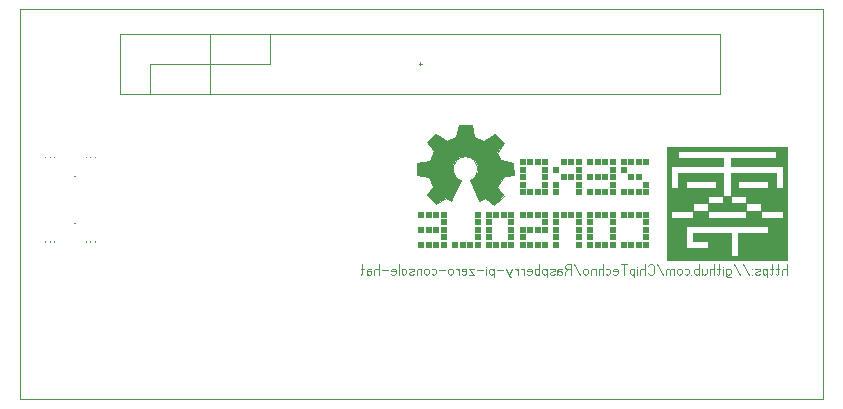
<source format=gbr>
%FSLAX34Y34*%
%MOMM*%
%LNSILK_BOTTOM_*%
G71*
G01*
%ADD10C, 0.00*%
%ADD11C, 0.10*%
%ADD12C, 0.11*%
%ADD13R, 0.50X0.50*%
%ADD14C, 0.00*%
%LPD*%
G54D10*
X0Y1000000D02*
X680000Y1000000D01*
X680000Y670000D01*
X0Y670000D01*
X0Y1000000D01*
G54D11*
X84931Y979488D02*
X592931Y979488D01*
X592931Y928688D01*
X84931Y928688D01*
X84931Y979488D01*
G54D11*
X337741Y954088D02*
X340122Y954088D01*
G54D11*
X338931Y955278D02*
X338931Y952897D01*
G54D11*
X161131Y979488D02*
X161131Y954088D01*
X211931Y954088D01*
X211931Y979488D01*
G54D11*
X161131Y928688D02*
X161131Y954088D01*
X110331Y954088D01*
X110331Y928688D01*
G54D12*
X649288Y775494D02*
X649288Y784383D01*
G54D12*
X649288Y779049D02*
X648621Y780160D01*
X647288Y780494D01*
X645954Y780160D01*
X645288Y779049D01*
X645288Y775494D01*
G54D12*
X641510Y784383D02*
X641510Y776049D01*
X640844Y775494D01*
X640177Y775716D01*
G54D12*
X642844Y780494D02*
X640177Y780494D01*
G54D12*
X636399Y784383D02*
X636399Y776049D01*
X635732Y775494D01*
X635066Y775716D01*
G54D12*
X637732Y780494D02*
X635066Y780494D01*
G54D12*
X632622Y780494D02*
X632622Y773272D01*
G54D12*
X632622Y777160D02*
X631955Y775716D01*
X630622Y775494D01*
X629288Y775716D01*
X628622Y776827D01*
X628622Y779049D01*
X629288Y780160D01*
X630622Y780494D01*
X631955Y780160D01*
X632622Y778827D01*
G54D12*
X626178Y776049D02*
X624844Y775494D01*
X623511Y775494D01*
X622178Y776049D01*
X622178Y777160D01*
X622844Y777716D01*
X625511Y778272D01*
X626178Y778827D01*
X626178Y779938D01*
X624844Y780494D01*
X623511Y780494D01*
X622178Y779938D01*
G54D12*
X619734Y775494D02*
X619734Y775494D01*
G54D12*
X619734Y780494D02*
X619734Y780494D01*
G54D12*
X617290Y775494D02*
X611956Y784383D01*
G54D12*
X609512Y775494D02*
X604179Y784383D01*
G54D12*
X601736Y773827D02*
X600402Y773272D01*
X599469Y773272D01*
X598136Y773827D01*
X597736Y774938D01*
X597736Y780494D01*
G54D12*
X597736Y779049D02*
X598402Y780160D01*
X599736Y780494D01*
X601069Y780160D01*
X601736Y779049D01*
X601736Y776827D01*
X601069Y775716D01*
X599736Y775494D01*
X598402Y775716D01*
X597736Y776827D01*
G54D12*
X595292Y775494D02*
X595292Y780494D01*
G54D12*
X595292Y782160D02*
X595292Y782160D01*
G54D12*
X591514Y784383D02*
X591514Y776049D01*
X590848Y775494D01*
X590181Y775716D01*
G54D12*
X592848Y780494D02*
X590181Y780494D01*
G54D12*
X587736Y775494D02*
X587736Y784383D01*
G54D12*
X587736Y779049D02*
X587070Y780160D01*
X585736Y780494D01*
X584403Y780160D01*
X583736Y779049D01*
X583736Y775494D01*
G54D12*
X577292Y780494D02*
X577292Y775494D01*
G54D12*
X577292Y776605D02*
X577959Y775716D01*
X579292Y775494D01*
X580626Y775716D01*
X581292Y776605D01*
X581292Y780494D01*
G54D12*
X574848Y775494D02*
X574848Y784383D01*
G54D12*
X574848Y779049D02*
X574182Y780160D01*
X572848Y780494D01*
X571515Y780160D01*
X570848Y779049D01*
X570848Y776827D01*
X571515Y775716D01*
X572848Y775494D01*
X574182Y775716D01*
X574848Y776827D01*
G54D12*
X568404Y775494D02*
X568404Y775494D01*
G54D12*
X562627Y780160D02*
X563960Y780494D01*
X565294Y780160D01*
X565960Y779049D01*
X565960Y776827D01*
X565294Y775716D01*
X563960Y775494D01*
X562627Y775716D01*
G54D12*
X556184Y776827D02*
X556184Y779049D01*
X556850Y780160D01*
X558184Y780494D01*
X559517Y780160D01*
X560184Y779049D01*
X560184Y776827D01*
X559517Y775716D01*
X558184Y775494D01*
X556850Y775716D01*
X556184Y776827D01*
G54D12*
X553740Y775494D02*
X553740Y780494D01*
G54D12*
X553740Y779605D02*
X552406Y780494D01*
X551073Y780160D01*
X550406Y779383D01*
X550406Y775494D01*
G54D12*
X550406Y779605D02*
X549073Y780494D01*
X547740Y780160D01*
X547073Y779383D01*
X547073Y775494D01*
G54D12*
X544628Y775494D02*
X539295Y784383D01*
G54D12*
X531518Y777160D02*
X532185Y776049D01*
X533518Y775494D01*
X534852Y775494D01*
X536185Y776049D01*
X536852Y777160D01*
X536852Y782716D01*
X536185Y783827D01*
X534852Y784383D01*
X533518Y784383D01*
X532185Y783827D01*
X531518Y782716D01*
G54D12*
X529074Y775494D02*
X529074Y784383D01*
G54D12*
X529074Y779049D02*
X528408Y780160D01*
X527074Y780494D01*
X525741Y780160D01*
X525074Y779049D01*
X525074Y775494D01*
G54D12*
X522630Y775494D02*
X522630Y780494D01*
G54D12*
X522630Y782160D02*
X522630Y782160D01*
G54D12*
X520186Y780494D02*
X520186Y773272D01*
G54D12*
X520186Y777160D02*
X519520Y775716D01*
X518186Y775494D01*
X516853Y775716D01*
X516186Y776827D01*
X516186Y779049D01*
X516853Y780160D01*
X518186Y780494D01*
X519520Y780160D01*
X520186Y778827D01*
G54D12*
X511076Y775494D02*
X511076Y784383D01*
G54D12*
X513742Y784383D02*
X508409Y784383D01*
G54D12*
X501966Y776049D02*
X503032Y775494D01*
X504366Y775494D01*
X505699Y776049D01*
X505966Y777160D01*
X505966Y779049D01*
X505299Y780160D01*
X503966Y780494D01*
X502632Y780160D01*
X501966Y779383D01*
X501966Y778272D01*
X505966Y778272D01*
G54D12*
X496188Y780160D02*
X497522Y780494D01*
X498855Y780160D01*
X499522Y779049D01*
X499522Y776827D01*
X498855Y775716D01*
X497522Y775494D01*
X496188Y775716D01*
G54D12*
X493744Y775494D02*
X493744Y784383D01*
G54D12*
X493744Y779049D02*
X493078Y780160D01*
X491744Y780494D01*
X490411Y780160D01*
X489744Y779049D01*
X489744Y775494D01*
G54D12*
X487300Y775494D02*
X487300Y780494D01*
G54D12*
X487300Y779383D02*
X486634Y780160D01*
X485300Y780494D01*
X483967Y780160D01*
X483300Y779383D01*
X483300Y775494D01*
G54D12*
X476856Y776827D02*
X476856Y779049D01*
X477523Y780160D01*
X478856Y780494D01*
X480190Y780160D01*
X480856Y779049D01*
X480856Y776827D01*
X480190Y775716D01*
X478856Y775494D01*
X477523Y775716D01*
X476856Y776827D01*
G54D12*
X474412Y775494D02*
X469079Y784383D01*
G54D12*
X464058Y779938D02*
X462058Y778827D01*
X461392Y777716D01*
X461392Y775494D01*
G54D12*
X466725Y775494D02*
X466725Y784383D01*
X463392Y784383D01*
X462058Y783827D01*
X461392Y782716D01*
X461392Y781605D01*
X462058Y780494D01*
X463392Y779938D01*
X466725Y779938D01*
G54D12*
X458948Y779938D02*
X457615Y780494D01*
X456015Y780494D01*
X454948Y779383D01*
X454948Y775494D01*
G54D12*
X454948Y777160D02*
X455615Y778272D01*
X456948Y778494D01*
X458281Y778272D01*
X458948Y777160D01*
X458681Y776049D01*
X457615Y775494D01*
X456948Y775494D01*
X456681Y775494D01*
X455615Y776049D01*
X454948Y777160D01*
G54D12*
X452504Y776049D02*
X451171Y775494D01*
X449837Y775494D01*
X448504Y776049D01*
X448504Y777160D01*
X449171Y777716D01*
X451837Y778272D01*
X452504Y778827D01*
X452504Y779938D01*
X451171Y780494D01*
X449837Y780494D01*
X448504Y779938D01*
G54D12*
X446060Y780494D02*
X446060Y773272D01*
G54D12*
X446060Y777160D02*
X445393Y775716D01*
X444060Y775494D01*
X442727Y775716D01*
X442060Y776827D01*
X442060Y779049D01*
X442727Y780160D01*
X444060Y780494D01*
X445393Y780160D01*
X446060Y778827D01*
G54D12*
X439616Y775494D02*
X439616Y784383D01*
G54D12*
X439616Y779049D02*
X438949Y780160D01*
X437616Y780494D01*
X436283Y780160D01*
X435616Y779049D01*
X435616Y776827D01*
X436283Y775716D01*
X437616Y775494D01*
X438949Y775716D01*
X439616Y776827D01*
G54D12*
X429172Y776049D02*
X430239Y775494D01*
X431572Y775494D01*
X432905Y776049D01*
X433172Y777160D01*
X433172Y779049D01*
X432505Y780160D01*
X431172Y780494D01*
X429839Y780160D01*
X429172Y779383D01*
X429172Y778272D01*
X433172Y778272D01*
G54D12*
X426728Y775494D02*
X426728Y780494D01*
G54D12*
X426728Y779383D02*
X425395Y780494D01*
X424061Y780494D01*
G54D12*
X421617Y775494D02*
X421617Y780494D01*
G54D12*
X421617Y779383D02*
X420284Y780494D01*
X418950Y780494D01*
G54D12*
X416506Y780494D02*
X413839Y775494D01*
X411173Y780494D01*
G54D12*
X413839Y775494D02*
X414506Y773827D01*
X415173Y773272D01*
X415839Y773272D01*
G54D12*
X408729Y779383D02*
X403396Y779383D01*
G54D12*
X400952Y780494D02*
X400952Y773272D01*
G54D12*
X400952Y777160D02*
X400285Y775716D01*
X398952Y775494D01*
X397619Y775716D01*
X396952Y776827D01*
X396952Y779049D01*
X397619Y780160D01*
X398952Y780494D01*
X400285Y780160D01*
X400952Y778827D01*
G54D12*
X394508Y775494D02*
X394508Y780494D01*
G54D12*
X394508Y782160D02*
X394508Y782160D01*
G54D12*
X392064Y779383D02*
X386731Y779383D01*
G54D12*
X384287Y780494D02*
X380287Y780494D01*
X384287Y775494D01*
X380287Y775494D01*
G54D12*
X373843Y776049D02*
X374910Y775494D01*
X376243Y775494D01*
X377576Y776049D01*
X377843Y777160D01*
X377843Y779049D01*
X377176Y780160D01*
X375843Y780494D01*
X374510Y780160D01*
X373843Y779383D01*
X373843Y778272D01*
X377843Y778272D01*
G54D12*
X371399Y775494D02*
X371399Y780494D01*
G54D12*
X371399Y779383D02*
X370066Y780494D01*
X368732Y780494D01*
G54D12*
X362288Y776827D02*
X362288Y779049D01*
X362955Y780160D01*
X364288Y780494D01*
X365621Y780160D01*
X366288Y779049D01*
X366288Y776827D01*
X365621Y775716D01*
X364288Y775494D01*
X362955Y775716D01*
X362288Y776827D01*
G54D12*
X359844Y779383D02*
X354511Y779383D01*
G54D12*
X348734Y780160D02*
X350067Y780494D01*
X351400Y780160D01*
X352067Y779049D01*
X352067Y776827D01*
X351400Y775716D01*
X350067Y775494D01*
X348734Y775716D01*
G54D12*
X342290Y776827D02*
X342290Y779049D01*
X342957Y780160D01*
X344290Y780494D01*
X345623Y780160D01*
X346290Y779049D01*
X346290Y776827D01*
X345623Y775716D01*
X344290Y775494D01*
X342957Y775716D01*
X342290Y776827D01*
G54D12*
X339846Y775494D02*
X339846Y780494D01*
G54D12*
X339846Y779383D02*
X339179Y780160D01*
X337846Y780494D01*
X336513Y780160D01*
X335846Y779383D01*
X335846Y775494D01*
G54D12*
X333402Y776049D02*
X332069Y775494D01*
X330735Y775494D01*
X329402Y776049D01*
X329402Y777160D01*
X330069Y777716D01*
X332735Y778272D01*
X333402Y778827D01*
X333402Y779938D01*
X332069Y780494D01*
X330735Y780494D01*
X329402Y779938D01*
G54D12*
X322958Y776827D02*
X322958Y779049D01*
X323625Y780160D01*
X324958Y780494D01*
X326291Y780160D01*
X326958Y779049D01*
X326958Y776827D01*
X326291Y775716D01*
X324958Y775494D01*
X323625Y775716D01*
X322958Y776827D01*
G54D12*
X320514Y775494D02*
X320514Y784383D01*
G54D12*
X314070Y776049D02*
X315137Y775494D01*
X316470Y775494D01*
X317803Y776049D01*
X318070Y777160D01*
X318070Y779049D01*
X317403Y780160D01*
X316070Y780494D01*
X314737Y780160D01*
X314070Y779383D01*
X314070Y778272D01*
X318070Y778272D01*
G54D12*
X311626Y779383D02*
X306293Y779383D01*
G54D12*
X303849Y775494D02*
X303849Y784383D01*
G54D12*
X303849Y779049D02*
X303182Y780160D01*
X301849Y780494D01*
X300516Y780160D01*
X299849Y779049D01*
X299849Y775494D01*
G54D12*
X297405Y779938D02*
X296072Y780494D01*
X294472Y780494D01*
X293405Y779383D01*
X293405Y775494D01*
G54D12*
X293405Y777160D02*
X294072Y778272D01*
X295405Y778494D01*
X296738Y778272D01*
X297405Y777160D01*
X297138Y776049D01*
X296072Y775494D01*
X295405Y775494D01*
X295138Y775494D01*
X294072Y776049D01*
X293405Y777160D01*
G54D12*
X289628Y784383D02*
X289628Y776049D01*
X288961Y775494D01*
X288294Y775716D01*
G54D12*
X290961Y780494D02*
X288294Y780494D01*
G36*
X649288Y883444D02*
X547688Y883444D01*
X547688Y867569D01*
X595312Y867569D01*
X595312Y873919D01*
X557212Y873919D01*
X557212Y880269D01*
X639762Y880269D01*
X639762Y873919D01*
X601662Y873919D01*
X601662Y867569D01*
X646112Y867569D01*
X646112Y848519D01*
X601662Y848519D01*
X601662Y842169D01*
X614362Y842169D01*
X614362Y835819D01*
X627062Y835819D01*
X627062Y829469D01*
X646112Y829469D01*
X646112Y823119D01*
X547688Y823119D01*
X547688Y816769D01*
X633412Y816769D01*
X633412Y810419D01*
X608012Y810419D01*
X608012Y791369D01*
X547688Y791369D01*
X547688Y788194D01*
X649288Y788194D01*
X649288Y883444D01*
G37*
G54D11*
X649288Y883444D02*
X547688Y883444D01*
X547688Y867569D01*
X595312Y867569D01*
X595312Y873919D01*
X557212Y873919D01*
X557212Y880269D01*
X639762Y880269D01*
X639762Y873919D01*
X601662Y873919D01*
X601662Y867569D01*
X646112Y867569D01*
X646112Y848519D01*
X601662Y848519D01*
X601662Y842169D01*
X614362Y842169D01*
X614362Y835819D01*
X627062Y835819D01*
X627062Y829469D01*
X646112Y829469D01*
X646112Y823119D01*
X547688Y823119D01*
X547688Y816769D01*
X633412Y816769D01*
X633412Y810419D01*
X608012Y810419D01*
X608012Y791369D01*
X547688Y791369D01*
X547688Y788194D01*
X649288Y788194D01*
X649288Y883444D01*
G36*
X639762Y861219D02*
X601662Y861219D01*
X601662Y848519D01*
X608012Y848519D01*
X608012Y854869D01*
X633412Y854869D01*
X633412Y848519D01*
X639762Y848519D01*
X639762Y861219D01*
G37*
G54D11*
X639762Y861219D02*
X601662Y861219D01*
X601662Y848519D01*
X608012Y848519D01*
X608012Y854869D01*
X633412Y854869D01*
X633412Y848519D01*
X639762Y848519D01*
X639762Y861219D01*
G36*
X595312Y861219D02*
X557212Y861219D01*
X557212Y829469D01*
X563562Y829469D01*
X563562Y854869D01*
X588962Y854869D01*
X588962Y842169D01*
X595312Y842169D01*
X595312Y861219D01*
G37*
G54D11*
X595312Y861219D02*
X557212Y861219D01*
X557212Y829469D01*
X563562Y829469D01*
X563562Y854869D01*
X588962Y854869D01*
X588962Y842169D01*
X595312Y842169D01*
X595312Y861219D01*
G36*
X550862Y867569D02*
X547688Y867569D01*
X547688Y823119D01*
X550862Y823119D01*
X550862Y829469D01*
X557212Y829469D01*
X557212Y848519D01*
X550862Y848519D01*
X550862Y867569D01*
G37*
G54D11*
X550862Y867569D02*
X547688Y867569D01*
X547688Y823119D01*
X550862Y823119D01*
X550862Y829469D01*
X557212Y829469D01*
X557212Y848519D01*
X550862Y848519D01*
X550862Y867569D01*
G36*
X627062Y829469D02*
X614362Y829469D01*
X614362Y823119D01*
X627062Y823119D01*
X627062Y829469D01*
G37*
G54D11*
X627062Y829469D02*
X614362Y829469D01*
X614362Y823119D01*
X627062Y823119D01*
X627062Y829469D01*
G36*
X614362Y835819D02*
X601662Y835819D01*
X601662Y842169D01*
X595312Y842169D01*
X595312Y835819D01*
X582612Y835819D01*
X582612Y829469D01*
X614362Y829469D01*
X614362Y835819D01*
G37*
G54D11*
X614362Y835819D02*
X601662Y835819D01*
X601662Y842169D01*
X595312Y842169D01*
X595312Y835819D01*
X582612Y835819D01*
X582612Y829469D01*
X614362Y829469D01*
X614362Y835819D01*
G36*
X582612Y829469D02*
X569912Y829469D01*
X569912Y823119D01*
X582612Y823119D01*
X582612Y829469D01*
G37*
G54D11*
X582612Y829469D02*
X569912Y829469D01*
X569912Y823119D01*
X582612Y823119D01*
X582612Y829469D01*
G36*
X588962Y848519D02*
X563562Y848519D01*
X563562Y829469D01*
X569912Y829469D01*
X569912Y835819D01*
X582612Y835819D01*
X582612Y842169D01*
X588962Y842169D01*
X588962Y848519D01*
G37*
G54D11*
X588962Y848519D02*
X563562Y848519D01*
X563562Y829469D01*
X569912Y829469D01*
X569912Y835819D01*
X582612Y835819D01*
X582612Y842169D01*
X588962Y842169D01*
X588962Y848519D01*
G36*
X601662Y810419D02*
X569912Y810419D01*
X569912Y804069D01*
X582612Y804069D01*
X582612Y797719D01*
X563562Y797719D01*
X563562Y816769D01*
X547688Y816769D01*
X547688Y791369D01*
X601662Y791369D01*
X601662Y810419D01*
G37*
G54D11*
X601662Y810419D02*
X569912Y810419D01*
X569912Y804069D01*
X582612Y804069D01*
X582612Y797719D01*
X563562Y797719D01*
X563562Y816769D01*
X547688Y816769D01*
X547688Y791369D01*
X601662Y791369D01*
X601662Y810419D01*
X530225Y870744D02*
G54D13*
D03*
X523875Y870744D02*
G54D13*
D03*
X517525Y870744D02*
G54D13*
D03*
X511175Y870744D02*
G54D13*
D03*
X511175Y864394D02*
G54D13*
D03*
X517525Y858044D02*
G54D13*
D03*
X523875Y858044D02*
G54D13*
D03*
X530225Y851694D02*
G54D13*
D03*
X530225Y845344D02*
G54D13*
D03*
X523875Y845344D02*
G54D13*
D03*
X517525Y845344D02*
G54D13*
D03*
X511175Y845344D02*
G54D13*
D03*
X501650Y870744D02*
G54D13*
D03*
X501650Y864394D02*
G54D13*
D03*
X501650Y858044D02*
G54D13*
D03*
X495300Y870744D02*
G54D13*
D03*
X488950Y870744D02*
G54D13*
D03*
X482600Y870744D02*
G54D13*
D03*
X495300Y858044D02*
G54D13*
D03*
X488950Y858044D02*
G54D13*
D03*
X482600Y858044D02*
G54D13*
D03*
X501650Y851694D02*
G54D13*
D03*
X501650Y845344D02*
G54D13*
D03*
X495300Y845344D02*
G54D13*
D03*
X488950Y845344D02*
G54D13*
D03*
X482600Y845344D02*
G54D13*
D03*
X473075Y845344D02*
G54D13*
D03*
X473075Y851694D02*
G54D13*
D03*
X473075Y858044D02*
G54D13*
D03*
X473075Y864394D02*
G54D13*
D03*
X473075Y870744D02*
G54D13*
D03*
X466725Y870744D02*
G54D13*
D03*
X460375Y870744D02*
G54D13*
D03*
X454025Y864394D02*
G54D13*
D03*
X460375Y858044D02*
G54D13*
D03*
X466725Y858044D02*
G54D13*
D03*
X454025Y851694D02*
G54D13*
D03*
X454025Y845344D02*
G54D13*
D03*
X444500Y864394D02*
G54D13*
D03*
X444500Y858044D02*
G54D13*
D03*
X444500Y851694D02*
G54D13*
D03*
X438150Y845344D02*
G54D13*
D03*
X431800Y845344D02*
G54D13*
D03*
X425450Y851694D02*
G54D13*
D03*
X425450Y858044D02*
G54D13*
D03*
X425450Y864394D02*
G54D13*
D03*
X431800Y870744D02*
G54D13*
D03*
X438150Y870744D02*
G54D13*
D03*
X444500Y870744D02*
G54D13*
D03*
X444500Y845344D02*
G54D13*
D03*
X425450Y870744D02*
G54D13*
D03*
X425450Y845344D02*
G54D13*
D03*
X530225Y819944D02*
G54D13*
D03*
X530225Y813594D02*
G54D13*
D03*
X530225Y807244D02*
G54D13*
D03*
X523875Y800894D02*
G54D13*
D03*
X517525Y800894D02*
G54D13*
D03*
X511175Y800894D02*
G54D13*
D03*
X523875Y826294D02*
G54D13*
D03*
X517525Y826294D02*
G54D13*
D03*
X511175Y826294D02*
G54D13*
D03*
X501650Y819944D02*
G54D13*
D03*
X501650Y813594D02*
G54D13*
D03*
X501650Y826294D02*
G54D13*
D03*
X495300Y826294D02*
G54D13*
D03*
X488950Y826294D02*
G54D13*
D03*
X482600Y826294D02*
G54D13*
D03*
X482600Y819944D02*
G54D13*
D03*
X482600Y813594D02*
G54D13*
D03*
X482600Y807244D02*
G54D13*
D03*
X482600Y800894D02*
G54D13*
D03*
X501650Y800894D02*
G54D13*
D03*
X501650Y807244D02*
G54D13*
D03*
X495300Y800894D02*
G54D13*
D03*
X488950Y800894D02*
G54D13*
D03*
X530225Y826294D02*
G54D13*
D03*
X530225Y800894D02*
G54D13*
D03*
X473075Y800894D02*
G54D13*
D03*
X473075Y807244D02*
G54D13*
D03*
X473075Y813594D02*
G54D13*
D03*
X473075Y819944D02*
G54D13*
D03*
X473075Y826294D02*
G54D13*
D03*
X466725Y826294D02*
G54D13*
D03*
X460375Y826294D02*
G54D13*
D03*
X454025Y819944D02*
G54D13*
D03*
X454025Y813594D02*
G54D13*
D03*
X454025Y807244D02*
G54D13*
D03*
X454025Y800894D02*
G54D13*
D03*
X444500Y819944D02*
G54D13*
D03*
X444500Y826294D02*
G54D13*
D03*
X438150Y826294D02*
G54D13*
D03*
X431800Y826294D02*
G54D13*
D03*
X425450Y826294D02*
G54D13*
D03*
X444500Y800894D02*
G54D13*
D03*
X438150Y800894D02*
G54D13*
D03*
X431800Y800894D02*
G54D13*
D03*
X425450Y800894D02*
G54D13*
D03*
X425450Y807244D02*
G54D13*
D03*
X444500Y813594D02*
G54D13*
D03*
X438150Y813594D02*
G54D13*
D03*
X431800Y813594D02*
G54D13*
D03*
X425450Y813594D02*
G54D13*
D03*
X415925Y813594D02*
G54D13*
D03*
X415925Y807244D02*
G54D13*
D03*
X415925Y800894D02*
G54D13*
D03*
X415925Y819944D02*
G54D13*
D03*
X415925Y826294D02*
G54D13*
D03*
X409575Y826294D02*
G54D13*
D03*
X403225Y826294D02*
G54D13*
D03*
X396875Y826294D02*
G54D13*
D03*
X396875Y819944D02*
G54D13*
D03*
X396875Y813594D02*
G54D13*
D03*
X396875Y807244D02*
G54D13*
D03*
X396875Y800894D02*
G54D13*
D03*
X409575Y800894D02*
G54D13*
D03*
X403225Y800894D02*
G54D13*
D03*
X454025Y826294D02*
G54D13*
D03*
X387350Y826294D02*
G54D13*
D03*
X387350Y819944D02*
G54D13*
D03*
X387350Y813594D02*
G54D13*
D03*
X387350Y807244D02*
G54D13*
D03*
X387350Y800894D02*
G54D13*
D03*
X381000Y800894D02*
G54D13*
D03*
X374650Y800894D02*
G54D13*
D03*
X368300Y800894D02*
G54D13*
D03*
X358775Y800894D02*
G54D13*
D03*
X358775Y807244D02*
G54D13*
D03*
X358775Y813594D02*
G54D13*
D03*
X358775Y819944D02*
G54D13*
D03*
X358775Y826294D02*
G54D13*
D03*
X352425Y800894D02*
G54D13*
D03*
X346075Y800894D02*
G54D13*
D03*
X339725Y800894D02*
G54D13*
D03*
X352425Y813594D02*
G54D13*
D03*
X346075Y813594D02*
G54D13*
D03*
X339725Y813594D02*
G54D13*
D03*
X352425Y826294D02*
G54D13*
D03*
X346075Y826294D02*
G54D13*
D03*
X339725Y826294D02*
G54D13*
D03*
G54D11*
X382588Y902494D02*
X371475Y902494D01*
X369094Y892175D01*
X361553Y889000D01*
X352425Y894953D01*
X344488Y887809D01*
X350838Y879872D01*
X347266Y871934D01*
X336153Y870347D01*
X336153Y859631D01*
X346075Y858441D01*
X349647Y850106D01*
X344488Y842566D01*
X352028Y835025D01*
X360759Y840581D01*
X365125Y837803D01*
X372666Y854472D01*
G54D11*
X381397Y854472D02*
X388938Y838200D01*
X393303Y840184D01*
X401638Y834628D01*
X409972Y842169D01*
X404019Y850106D01*
X407591Y858441D01*
X417909Y859631D01*
X417512Y870347D01*
X406797Y872331D01*
X404019Y878681D01*
X409972Y887016D01*
X402034Y894556D01*
X392906Y889000D01*
X384175Y892175D01*
X382588Y902494D01*
G54D11*
G75*
G01X381140Y855157D02*
G03X372935Y855157I-4102J9665D01*
G01*
G36*
X417512Y870347D02*
X406797Y872331D01*
X404019Y878681D01*
X409972Y887016D01*
X402034Y894556D01*
X392906Y889000D01*
X384175Y892175D01*
X382588Y902494D01*
X371475Y902494D01*
X369094Y892175D01*
X361553Y889000D01*
X352425Y894953D01*
X344488Y887809D01*
X350838Y879872D01*
X347266Y871934D01*
X336153Y870347D01*
X336153Y859631D01*
X346075Y858441D01*
X349647Y850106D01*
X344488Y842566D01*
X352028Y835025D01*
X360759Y840581D01*
X365125Y837803D01*
X373062Y855266D01*
X371872Y855662D01*
X370681Y856456D01*
X368300Y858838D01*
X366712Y862012D01*
X366316Y863997D01*
X366316Y865584D01*
X366712Y867966D01*
X367903Y870744D01*
X370284Y873522D01*
X372269Y874712D01*
X374253Y875506D01*
X376634Y875903D01*
X379016Y875506D01*
X382191Y874712D01*
X384969Y872331D01*
X387747Y868362D01*
X387747Y862012D01*
X386556Y859631D01*
X384969Y857250D01*
X382588Y855266D01*
X381000Y855266D01*
X388938Y838200D01*
X393303Y840184D01*
X401638Y834628D01*
X409972Y842169D01*
X404019Y850106D01*
X417512Y870347D01*
G37*
G54D11*
X417512Y870347D02*
X406797Y872331D01*
X404019Y878681D01*
X409972Y887016D01*
X402034Y894556D01*
X392906Y889000D01*
X384175Y892175D01*
X382588Y902494D01*
X371475Y902494D01*
X369094Y892175D01*
X361553Y889000D01*
X352425Y894953D01*
X344488Y887809D01*
X350838Y879872D01*
X347266Y871934D01*
X336153Y870347D01*
X336153Y859631D01*
X346075Y858441D01*
X349647Y850106D01*
X344488Y842566D01*
X352028Y835025D01*
X360759Y840581D01*
X365125Y837803D01*
X373062Y855266D01*
X371872Y855662D01*
X370681Y856456D01*
X368300Y858838D01*
X366712Y862012D01*
X366316Y863997D01*
X366316Y865584D01*
X366712Y867966D01*
X367903Y870744D01*
X370284Y873522D01*
X372269Y874712D01*
X374253Y875506D01*
X376634Y875903D01*
X379016Y875506D01*
X382191Y874712D01*
X384969Y872331D01*
X387747Y868362D01*
X387747Y862012D01*
X386556Y859631D01*
X384969Y857250D01*
X382588Y855266D01*
X381000Y855266D01*
X388938Y838200D01*
X393303Y840184D01*
X401638Y834628D01*
X409972Y842169D01*
X404019Y850106D01*
X417512Y870347D01*
G36*
X417512Y870347D02*
X417909Y859631D01*
X407591Y858441D01*
X417512Y870347D01*
G37*
G54D11*
X417512Y870347D02*
X417909Y859631D01*
X407591Y858441D01*
X417512Y870347D01*
G54D14*
X28972Y875506D02*
X28972Y874712D01*
G54D14*
X21034Y875506D02*
X21034Y874712D01*
G54D14*
X21034Y804069D02*
X21034Y803275D01*
G54D14*
X28972Y804069D02*
X28972Y803275D01*
G54D14*
X55562Y875506D02*
X55562Y874712D01*
G54D14*
X63500Y875506D02*
X63500Y874712D01*
G54D14*
X63500Y804069D02*
X63500Y803275D01*
G54D14*
X55562Y804069D02*
X55562Y803275D01*
G54D14*
X59531Y875506D02*
X59531Y874712D01*
G54D14*
X59531Y804069D02*
X59531Y803275D01*
G54D14*
X25003Y804069D02*
X25003Y803275D01*
G54D14*
X25003Y875506D02*
X25003Y874712D01*
G54D14*
X45641Y859433D02*
X46831Y859433D01*
G54D14*
X45839Y819348D02*
X46633Y819348D01*
M02*

</source>
